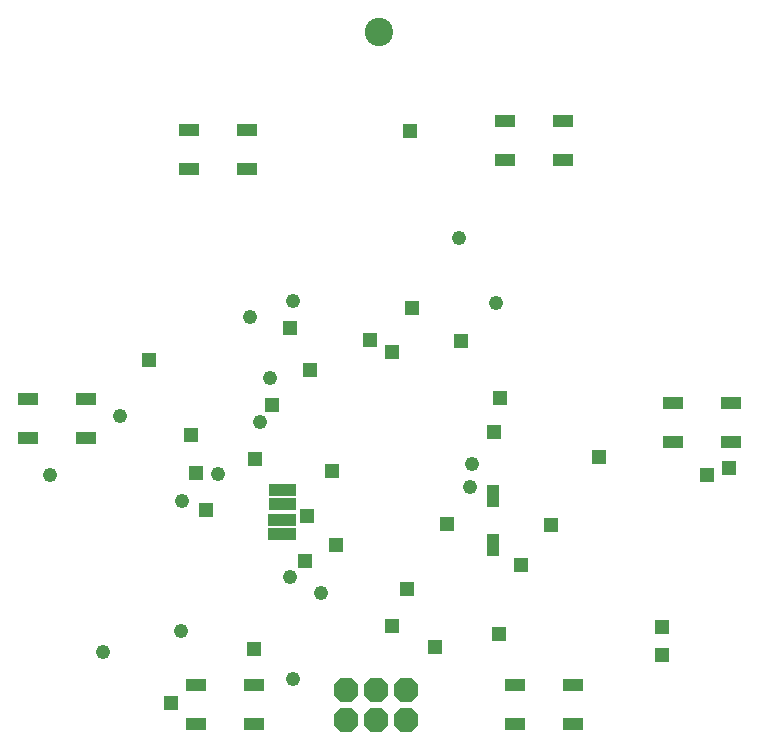
<source format=gbs>
G75*
%MOIN*%
%OFA0B0*%
%FSLAX25Y25*%
%IPPOS*%
%LPD*%
%AMOC8*
5,1,8,0,0,1.08239X$1,22.5*
%
%ADD10C,0.09461*%
%ADD11R,0.06706X0.04343*%
%ADD12OC8,0.08200*%
%ADD13R,0.04400X0.07800*%
%ADD14R,0.07800X0.04400*%
%ADD15R,0.04762X0.04762*%
%ADD16C,0.04762*%
D10*
X0202000Y0286250D03*
D11*
X0244104Y0256496D03*
X0244104Y0243504D03*
X0263396Y0243504D03*
X0263396Y0256496D03*
X0157896Y0253746D03*
X0157896Y0240754D03*
X0138604Y0240754D03*
X0138604Y0253746D03*
X0104396Y0163996D03*
X0104396Y0151004D03*
X0085104Y0151004D03*
X0085104Y0163996D03*
X0141104Y0068496D03*
X0141104Y0055504D03*
X0160396Y0055504D03*
X0160396Y0068496D03*
X0247354Y0068746D03*
X0247354Y0055754D03*
X0266646Y0055754D03*
X0266646Y0068746D03*
X0300104Y0149754D03*
X0300104Y0162746D03*
X0319396Y0162746D03*
X0319396Y0149754D03*
D12*
X0211000Y0067000D03*
X0211000Y0057000D03*
X0201000Y0057000D03*
X0191000Y0057000D03*
X0191000Y0067000D03*
X0201000Y0067000D03*
D13*
X0240130Y0115230D03*
X0240180Y0131440D03*
D14*
X0170622Y0128787D03*
X0168969Y0128787D03*
X0168970Y0133729D03*
X0170592Y0133729D03*
X0170622Y0123669D03*
X0168850Y0123669D03*
X0168850Y0118906D03*
X0170701Y0118906D03*
D15*
X0178000Y0125000D03*
X0187750Y0115250D03*
X0177250Y0110000D03*
X0206500Y0088250D03*
X0211250Y0100500D03*
X0220750Y0081250D03*
X0242000Y0085500D03*
X0249500Y0108750D03*
X0259500Y0122000D03*
X0275500Y0144750D03*
X0240250Y0153000D03*
X0242250Y0164250D03*
X0229250Y0183250D03*
X0213000Y0194250D03*
X0199000Y0183750D03*
X0206250Y0179500D03*
X0179000Y0173500D03*
X0172500Y0187750D03*
X0166500Y0162000D03*
X0160750Y0144000D03*
X0141000Y0139250D03*
X0144250Y0127000D03*
X0139500Y0152000D03*
X0125250Y0177000D03*
X0186500Y0140000D03*
X0224750Y0122250D03*
X0160500Y0080750D03*
X0132750Y0062500D03*
X0296500Y0078750D03*
X0296250Y0088000D03*
X0311500Y0138500D03*
X0318750Y0141000D03*
X0212500Y0253250D03*
D16*
X0110000Y0079750D03*
X0136202Y0086702D03*
X0172500Y0104500D03*
X0182750Y0099250D03*
X0173500Y0070500D03*
X0136500Y0130000D03*
X0148250Y0139000D03*
X0162500Y0156250D03*
X0165875Y0170875D03*
X0159000Y0191250D03*
X0173500Y0196750D03*
X0228750Y0217750D03*
X0241000Y0196000D03*
X0233000Y0142250D03*
X0232250Y0134500D03*
X0115750Y0158250D03*
X0092250Y0138500D03*
M02*

</source>
